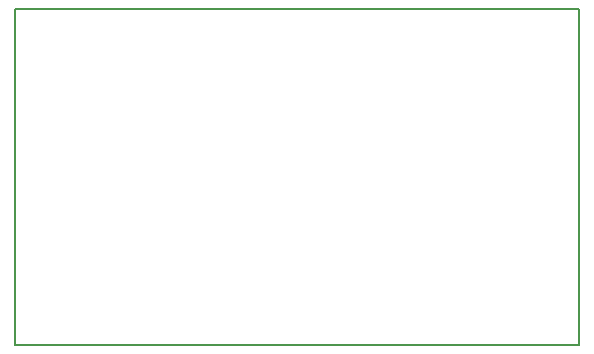
<source format=gm1>
G04 #@! TF.FileFunction,Profile,NP*
%FSLAX46Y46*%
G04 Gerber Fmt 4.6, Leading zero omitted, Abs format (unit mm)*
G04 Created by KiCad (PCBNEW 4.0.1-3.201512221402+6198~38~ubuntu14.04.1-stable) date Sun 24 Jan 2016 12:58:10 PM PST*
%MOMM*%
G01*
G04 APERTURE LIST*
%ADD10C,0.100000*%
%ADD11C,0.150000*%
G04 APERTURE END LIST*
D10*
D11*
X172212000Y-122428000D02*
X172212000Y-93980000D01*
X124460000Y-122428000D02*
X172212000Y-122428000D01*
X124460000Y-93980000D02*
X124460000Y-122428000D01*
X172212000Y-93980000D02*
X124460000Y-93980000D01*
M02*

</source>
